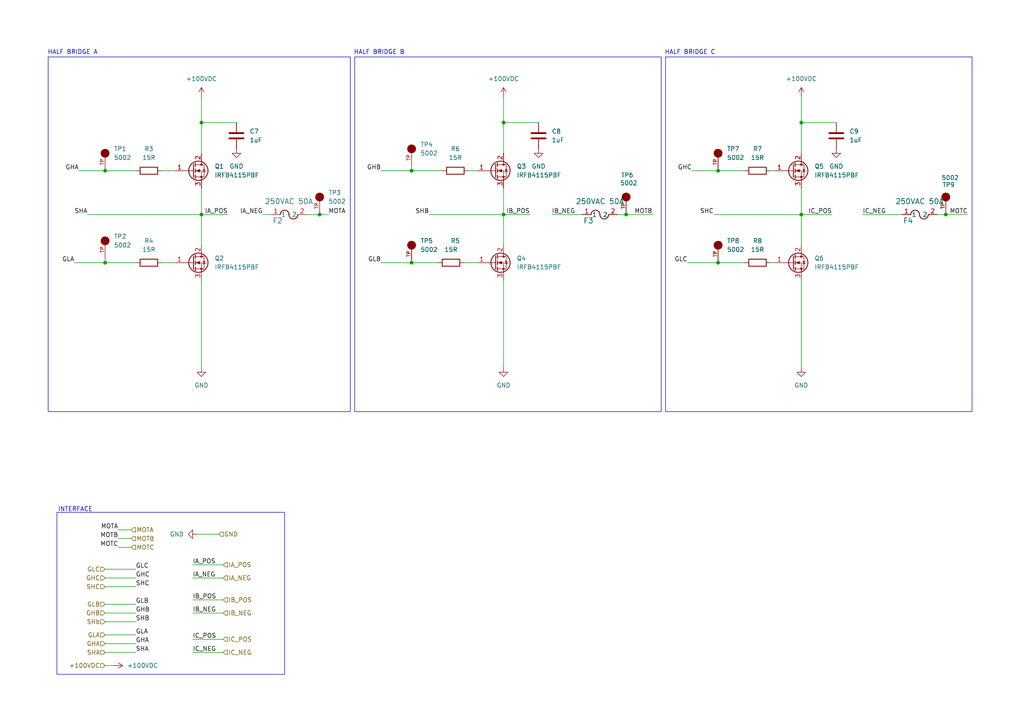
<source format=kicad_sch>
(kicad_sch (version 20250114) (generator "eeschema") (generator_version "9.0")
  (paper "A4")
  (title_block (date "2025-04-19") (rev "1"))
  (lib_symbols
    (symbol "2025-02-24_21-09-15:0463030.ER" (pin_names (offset 0.254))
      (property "Reference" "F" (at 5.08 3.175 0))
      (property "Value" "0463030.ER" (at 5.08 -3.175 0))
      (symbol "0463030.ER_1_1"
        (arc (start 2.54 0) (mid 3.81 1.2645) (end 5.08 0) (stroke (width 0.254)))
        (arc (start 7.62 0) (mid 6.35 -1.2645) (end 5.08 0) (stroke (width 0.254)))
        (pin unspecified line (at 0 0 0) (length 2.54) (name "1") (number "1"))
        (pin unspecified line (at 10.16 0 180) (length 2.54) (name "2") (number "2"))
      )
      (symbol "0463030.ER_1_2"
        (arc (start 0 7.62) (mid 1.2645 6.35) (end 0 5.08) (stroke (width 0.254)))
        (arc (start 0 2.54) (mid -1.2645 3.81) (end 0 5.08) (stroke (width 0.254)))
        (pin unspecified line (at 0 10.16 270) (length 2.54) (name "2") (number "2"))
        (pin unspecified line (at 0 0 90) (length 2.54) (name "1") (number "1"))
      )
    )
    (symbol "5002:5002" (pin_names (offset 1.016))
      (property "Reference" "TP" (at -2.5444 2.5415 0))
      (property "Value" "5002" (at -2.55 -5.0866 0))
      (symbol "5002_0_0"
        (circle (center 0 0) (radius 0.635) (stroke (width 1.27)))
        (pin passive line (at -5.08 0 0) (length 5.08) (name "~") (number "TP"))
      )
    )
    (symbol "Device:C" (pin_numbers (hide yes)) (pin_names (offset 0.254))
      (property "Reference" "C" (at 0.635 2.54 0))
      (property "Value" "C" (at 0.635 -2.54 0))
      (symbol "C_0_1"
        (polyline (pts (xy -2.032 0.762) (xy 2.032 0.762)) (stroke (width 0.508)))
        (polyline (pts (xy -2.032 -0.762) (xy 2.032 -0.762)) (stroke (width 0.508)))
      )
      (symbol "C_1_1"
        (pin passive line (at 0 3.81 270) (length 2.794) (name "~") (number "1"))
        (pin passive line (at 0 -3.81 90) (length 2.794) (name "~") (number "2"))
      )
    )
    (symbol "Device:R" (pin_numbers (hide yes)) (pin_names (offset 0))
      (property "Reference" "R" (at 2.032 0 90))
      (property "Value" "R" (at 0 0 90))
      (symbol "R_0_1"
        (rectangle (start -1.016 -2.54) (end 1.016 2.54) (stroke (width 0.254)))
      )
      (symbol "R_1_1"
        (pin passive line (at 0 3.81 270) (length 1.27) (name "~") (number "1"))
        (pin passive line (at 0 -3.81 90) (length 1.27) (name "~") (number "2"))
      )
    )
    (symbol "Q_NMOS_1" (pin_names (offset 0) (hide yes))
      (property "Reference" "Q3" (at 6.35 1.2701 0))
      (property "Value" "Q_NMOS" (at 6.35 -1.2699 0))
      (symbol "Q_NMOS_1_0_1"
        (polyline (pts (xy 0.254 1.905) (xy 0.254 -1.905)) (stroke (width 0.254)))
        (polyline (pts (xy 0.254 0) (xy -2.54 0)))
        (polyline (pts (xy 0.762 2.286) (xy 0.762 1.27)) (stroke (width 0.254)))
        (polyline (pts (xy 0.762 0.508) (xy 0.762 -0.508)) (stroke (width 0.254)))
        (polyline (pts (xy 0.762 -1.27) (xy 0.762 -2.286)) (stroke (width 0.254)))
        (polyline (pts (xy 0.762 -1.778) (xy 3.302 -1.778) (xy 3.302 1.778) (xy 0.762 1.778)))
        (polyline (pts (xy 1.016 0) (xy 2.032 0.381) (xy 2.032 -0.381) (xy 1.016 0)) (fill (type outline)))
        (circle (center 1.651 0) (radius 2.794) (stroke (width 0.254)))
        (polyline (pts (xy 2.54 2.54) (xy 2.54 1.778)))
        (circle (center 2.54 1.778) (radius 0.254) (fill (type outline)))
        (circle (center 2.54 -1.778) (radius 0.254) (fill (type outline)))
        (polyline (pts (xy 2.54 -2.54) (xy 2.54 0) (xy 0.762 0)))
        (polyline (pts (xy 2.921 0.381) (xy 3.683 0.381)))
        (polyline (pts (xy 3.302 0.381) (xy 2.921 -0.254) (xy 3.683 -0.254) (xy 3.302 0.381)))
      )
      (symbol "Q_NMOS_1_1_1"
        (pin input line (at -5.08 0 0) (length 2.54) (name "G") (number "1"))
        (pin passive line (at 2.54 5.08 270) (length 2.54) (name "D") (number "2"))
        (pin passive line (at 2.54 -5.08 90) (length 2.54) (name "S") (number "3"))
      )
    )
    (symbol "power:+12V" (power) (pin_numbers (hide yes)) (pin_names (offset 0) (hide yes))
      (property "Value" "+12V" (at 0 3.556 0))
      (symbol "+12V_0_1"
        (polyline (pts (xy -0.762 1.27) (xy 0 2.54)))
        (polyline (pts (xy 0 2.54) (xy 0.762 1.27)))
        (polyline (pts (xy 0 0) (xy 0 2.54)))
      )
      (symbol "+12V_1_1"
        (pin power_in line (at 0 0 90) (length 0) (name "~") (number "1"))
      )
    )
    (symbol "power:GND" (power) (pin_numbers (hide yes)) (pin_names (offset 0) (hide yes))
      (property "Value" "GND" (at 0 -3.81 0))
      (symbol "GND_0_1"
        (polyline (pts (xy 0 0) (xy 0 -1.27) (xy 1.27 -1.27) (xy 0 -2.54) (xy -1.27 -1.27) (xy 0 -1.27)))
      )
      (symbol "GND_1_1"
        (pin power_in line (at 0 0 270) (length 0) (name "~") (number "1"))
      )
    )
  )
  (rectangle (start 193.04 16.51) (end 281.94 119.38))
  (rectangle (start 16.51 148.59) (end 82.55 195.58))
  (rectangle (start 13.97 16.51) (end 101.6 119.38))
  (rectangle (start 102.87 16.51) (end 191.77 119.38))
  (text "HALF BRIDGE B\n" (at 109.982 15.24 0) (effects (font (size 1.27 1.27))))
  (text "HALF BRIDGE A\n" (at 21.082 15.24 0) (effects (font (size 1.27 1.27))))
  (text "INTERFACE\n" (at 21.844 147.828 0) (effects (font (size 1.27 1.27))))
  (text "HALF BRIDGE C\n" (at 200.152 15.24 0) (effects (font (size 1.27 1.27))))
  (junction (at 146.05 35.56))
  (junction (at 274.32 62.23))
  (junction (at 232.41 62.23))
  (junction (at 58.42 35.56))
  (junction (at 30.48 49.53))
  (junction (at 208.28 49.53))
  (junction (at 208.28 76.2))
  (junction (at 181.61 62.23))
  (junction (at 92.71 62.23))
  (junction (at 119.38 49.53))
  (junction (at 30.48 76.2))
  (junction (at 146.05 62.23))
  (junction (at 232.41 35.56))
  (junction (at 119.38 76.2))
  (junction (at 58.42 62.23))
  (wire (pts (xy 119.38 76.2) (xy 127 76.2)))
  (wire (pts (xy 38.1 158.75) (xy 34.29 158.75)))
  (wire (pts (xy 55.88 163.83) (xy 64.77 163.83)))
  (wire (pts (xy 39.37 175.26) (xy 30.48 175.26)))
  (wire (pts (xy 30.48 74.93) (xy 30.48 76.2)))
  (wire (pts (xy 208.28 76.2) (xy 215.9 76.2)))
  (wire (pts (xy 146.05 62.23) (xy 146.05 71.12)))
  (wire (pts (xy 146.05 27.94) (xy 146.05 35.56)))
  (wire (pts (xy 232.41 35.56) (xy 232.41 44.45)))
  (wire (pts (xy 33.02 193.04) (xy 30.48 193.04)))
  (wire (pts (xy 46.99 49.53) (xy 50.8 49.53)))
  (wire (pts (xy 124.46 62.23) (xy 146.05 62.23)))
  (wire (pts (xy 223.52 76.2) (xy 224.79 76.2)))
  (wire (pts (xy 232.41 62.23) (xy 232.41 71.12)))
  (wire (pts (xy 55.88 173.99) (xy 64.77 173.99)))
  (wire (pts (xy 46.99 76.2) (xy 50.8 76.2)))
  (wire (pts (xy 58.42 62.23) (xy 66.04 62.23)))
  (wire (pts (xy 39.37 189.23) (xy 30.48 189.23)))
  (wire (pts (xy 160.02 62.23) (xy 168.91 62.23)))
  (wire (pts (xy 242.57 35.56) (xy 232.41 35.56)))
  (wire (pts (xy 146.05 35.56) (xy 146.05 44.45)))
  (wire (pts (xy 110.49 76.2) (xy 119.38 76.2)))
  (wire (pts (xy 135.89 49.53) (xy 138.43 49.53)))
  (wire (pts (xy 58.42 62.23) (xy 58.42 71.12)))
  (wire (pts (xy 58.42 27.94) (xy 58.42 35.56)))
  (wire (pts (xy 146.05 54.61) (xy 146.05 62.23)))
  (wire (pts (xy 181.61 62.23) (xy 189.23 62.23)))
  (wire (pts (xy 232.41 54.61) (xy 232.41 62.23)))
  (wire (pts (xy 271.78 62.23) (xy 274.32 62.23)))
  (wire (pts (xy 38.1 156.21) (xy 34.29 156.21)))
  (wire (pts (xy 39.37 186.69) (xy 30.48 186.69)))
  (wire (pts (xy 63.5 154.94) (xy 57.15 154.94)))
  (wire (pts (xy 250.19 62.23) (xy 261.62 62.23)))
  (wire (pts (xy 22.86 49.53) (xy 30.48 49.53)))
  (wire (pts (xy 232.41 27.94) (xy 232.41 35.56)))
  (wire (pts (xy 39.37 170.18) (xy 30.48 170.18)))
  (wire (pts (xy 156.21 35.56) (xy 146.05 35.56)))
  (wire (pts (xy 55.88 189.23) (xy 64.77 189.23)))
  (wire (pts (xy 200.66 49.53) (xy 208.28 49.53)))
  (wire (pts (xy 55.88 177.8) (xy 64.77 177.8)))
  (wire (pts (xy 39.37 167.64) (xy 30.48 167.64)))
  (wire (pts (xy 39.37 180.34) (xy 30.48 180.34)))
  (wire (pts (xy 119.38 49.53) (xy 128.27 49.53)))
  (wire (pts (xy 110.49 49.53) (xy 119.38 49.53)))
  (wire (pts (xy 55.88 185.42) (xy 64.77 185.42)))
  (wire (pts (xy 146.05 81.28) (xy 146.05 106.68)))
  (wire (pts (xy 199.39 76.2) (xy 208.28 76.2)))
  (wire (pts (xy 39.37 184.15) (xy 30.48 184.15)))
  (wire (pts (xy 30.48 76.2) (xy 39.37 76.2)))
  (wire (pts (xy 232.41 62.23) (xy 241.3 62.23)))
  (wire (pts (xy 119.38 48.26) (xy 119.38 49.53)))
  (wire (pts (xy 223.52 49.53) (xy 224.79 49.53)))
  (wire (pts (xy 134.62 76.2) (xy 138.43 76.2)))
  (wire (pts (xy 39.37 177.8) (xy 30.48 177.8)))
  (wire (pts (xy 38.1 153.67) (xy 34.29 153.67)))
  (wire (pts (xy 55.88 167.64) (xy 64.77 167.64)))
  (wire (pts (xy 21.59 76.2) (xy 30.48 76.2)))
  (wire (pts (xy 232.41 81.28) (xy 232.41 106.68)))
  (wire (pts (xy 30.48 49.53) (xy 39.37 49.53)))
  (wire (pts (xy 58.42 81.28) (xy 58.42 106.68)))
  (wire (pts (xy 58.42 54.61) (xy 58.42 62.23)))
  (wire (pts (xy 92.71 62.23) (xy 95.25 62.23)))
  (wire (pts (xy 208.28 49.53) (xy 215.9 49.53)))
  (wire (pts (xy 76.2 62.23) (xy 78.74 62.23)))
  (wire (pts (xy 146.05 62.23) (xy 153.67 62.23)))
  (wire (pts (xy 58.42 35.56) (xy 58.42 44.45)))
  (wire (pts (xy 39.37 165.1) (xy 30.48 165.1)))
  (wire (pts (xy 68.58 35.56) (xy 58.42 35.56)))
  (wire (pts (xy 179.07 62.23) (xy 181.61 62.23)))
  (wire (pts (xy 274.32 62.23) (xy 280.67 62.23)))
  (wire (pts (xy 25.4 62.23) (xy 58.42 62.23)))
  (wire (pts (xy 207.01 62.23) (xy 232.41 62.23)))
  (wire (pts (xy 88.9 62.23) (xy 92.71 62.23)))
  (label "SHB" (at 124.46 62.23 180))
  (label "IC_POS" (at 55.88 185.42 0))
  (label "MOTB" (at 189.23 62.23 180))
  (label "GHB" (at 39.37 177.8 0))
  (label "GHA" (at 39.37 186.69 0))
  (label "GLC" (at 199.39 76.2 180))
  (label "SHA" (at 39.37 189.23 0))
  (label "IC_POS" (at 241.3 62.23 180))
  (label "GHC" (at 39.37 167.64 0))
  (label "IB_POS" (at 55.88 173.99 0))
  (label "GLB" (at 39.37 175.26 0))
  (label "GLB" (at 110.49 76.2 180))
  (label "GHB" (at 110.49 49.53 180))
  (label "MOTC" (at 34.29 158.75 180))
  (label "MOTC" (at 280.67 62.23 180))
  (label "IB_NEG" (at 160.02 62.23 0))
  (label "SHA" (at 25.4 62.23 180))
  (label "IC_NEG" (at 55.88 189.23 0))
  (label "IB_NEG" (at 55.88 177.8 0))
  (label "MOTA" (at 95.25 62.23 0))
  (label "IB_POS" (at 153.67 62.23 180))
  (label "GHA" (at 22.86 49.53 180))
  (label "MOTA" (at 34.29 153.67 180))
  (label "GHC" (at 200.66 49.53 180))
  (label "IA_NEG" (at 55.88 167.64 0))
  (label "IC_NEG" (at 250.19 62.23 0))
  (label "SHC" (at 207.01 62.23 180))
  (label "IA_POS" (at 55.88 163.83 0))
  (label "GLA" (at 21.59 76.2 180))
  (label "GLC" (at 39.37 165.1 0))
  (label "IA_NEG" (at 76.2 62.23 180))
  (label "MOTB" (at 34.29 156.21 180))
  (label "GLA" (at 39.37 184.15 0))
  (label "IA_POS" (at 66.04 62.23 180))
  (label "SHB" (at 39.37 180.34 0))
  (label "SHC" (at 39.37 170.18 0))
  (hierarchical_label "MOTC" (shape input) (at 38.1 158.75 0))
  (hierarchical_label "IB_NEG" (shape input) (at 64.77 177.8 0))
  (hierarchical_label "GLC" (shape input) (at 30.48 165.1 180))
  (hierarchical_label "GHC" (shape input) (at 30.48 167.64 180))
  (hierarchical_label "IC_POS" (shape input) (at 64.77 185.42 0))
  (hierarchical_label "GHA" (shape input) (at 30.48 186.69 180))
  (hierarchical_label "GHB" (shape input) (at 30.48 177.8 180))
  (hierarchical_label "MOTA" (shape input) (at 38.1 153.67 0))
  (hierarchical_label "IA_POS" (shape input) (at 64.77 163.83 0))
  (hierarchical_label "SHb" (shape input) (at 30.48 180.34 180))
  (hierarchical_label "MOTB" (shape input) (at 38.1 156.21 0))
  (hierarchical_label "IC_NEG" (shape input) (at 64.77 189.23 0))
  (hierarchical_label "IB_POS" (shape input) (at 64.77 173.99 0))
  (hierarchical_label "GND" (shape input) (at 63.5 154.94 0))
  (hierarchical_label "GLB" (shape input) (at 30.48 175.26 180))
  (hierarchical_label "SHC" (shape input) (at 30.48 170.18 180))
  (hierarchical_label "SHA" (shape input) (at 30.48 189.23 180))
  (hierarchical_label "IA_NEG" (shape input) (at 64.77 167.64 0))
  (hierarchical_label "+100VDC" (shape input) (at 30.48 193.04 180))
  (hierarchical_label "GLA" (shape input) (at 30.48 184.15 180))
  (symbol (lib_id "5002:5002") (at 274.32 57.15 90) (unit 1)
    (property "Reference" "TP9" (at 273.304 53.594 90) (effects (justify right)))
    (property "Value" "5002" (at 273.05 51.562 90) (effects (justify right)))
    (property "Footprint" "5002:KEYSTONE_5002" (effects (hide yes)))
    (property "PARTREV" "H" (effects (hide yes)))
    (property "STANDARD" "Manufacturer Recommendations" (effects (hide yes)))
    (property "SNAPEDA_PN" "5000" (effects (hide yes)))
    (property "MAXIMUM_PACKAGE_HEIGHT" "4.57 mm" (effects (hide yes)))
    (property "MANUFACTURER" "Keystone" (effects (hide yes)))
    (property "Part Number" "5002" (effects (hide yes)))
  )
  (symbol (lib_id "Device:C") (at 68.58 39.37 0) (unit 1)
    (property "Reference" "C7" (at 72.39 38.0999 0) (effects (justify left)))
    (property "Value" "1uF" (at 72.39 40.6399 0) (effects (justify left)))
    (property "Footprint" "Capacitor_SMD:C_1210_3225Metric" (effects (hide yes)))
    (property "Datasheet" "https://www.digikey.ca/en/products/detail/tdk-corporation/CGA6M2X7R2A105K200AA/2443343" (effects (hide yes)))
    (property "Description" "Unpolarized capacitor" (effects (hide yes)))
    (property "Part Number" "CGA6M2X7R2A105K200AA" (effects (hide yes)))
  )
  (symbol (lib_id "5002:5002") (at 92.71 57.15 90) (unit 1)
    (property "Reference" "TP3" (at 95.25 55.8799 90) (effects (justify right)))
    (property "Value" "5002" (at 95.25 58.4199 90) (effects (justify right)))
    (property "Footprint" "5002:KEYSTONE_5002" (effects (hide yes)))
    (property "PARTREV" "H" (effects (hide yes)))
    (property "STANDARD" "Manufacturer Recommendations" (effects (hide yes)))
    (property "SNAPEDA_PN" "5000" (effects (hide yes)))
    (property "MAXIMUM_PACKAGE_HEIGHT" "4.57 mm" (effects (hide yes)))
    (property "MANUFACTURER" "Keystone" (effects (hide yes)))
    (property "Part Number" "5002" (effects (hide yes)))
  )
  (symbol (lib_name "Q_NMOS_1") (lib_id "Device:Q_NMOS") (at 143.51 76.2 0) (unit 1)
    (property "Reference" "Q4" (at 149.86 74.9299 0) (effects (justify left)))
    (property "Value" "IRFB4115PBF" (at 149.86 77.4699 0) (effects (justify left)))
    (property "Footprint" "Package_TO_SOT_THT:TO-220-3_Vertical" (effects (hide yes)))
    (property "Datasheet" "https://www.infineon.com/dgdl/irfb4115pbf.pdf?fileId=5546d462533600a401535615ba6a1e0f" (effects (hide yes)))
    (property "Description" "N-Channel 150 V 104A (Tc) 380W (Tc) Through Hole TO-220AB" (effects (hide yes)))
    (property "Part Number" "IRFB4115PBF" (effects (hide yes)))
  )
  (symbol (lib_name "Q_NMOS_1") (lib_id "Device:Q_NMOS") (at 143.51 49.53 0) (unit 1)
    (property "Reference" "Q3" (at 149.86 48.2599 0) (effects (justify left)))
    (property "Value" "IRFB4115PBF" (at 149.86 50.7999 0) (effects (justify left)))
    (property "Footprint" "Package_TO_SOT_THT:TO-220-3_Vertical" (effects (hide yes)))
    (property "Datasheet" "https://www.infineon.com/dgdl/irfb4115pbf.pdf?fileId=5546d462533600a401535615ba6a1e0f" (effects (hide yes)))
    (property "Description" "N-Channel 150 V 104A (Tc) 380W (Tc) Through Hole TO-220AB" (effects (hide yes)))
    (property "Part Number" "IRFB4115PBF" (effects (hide yes)))
  )
  (symbol (lib_id "5002:5002") (at 30.48 69.85 90) (unit 1)
    (property "Reference" "TP2" (at 33.02 68.5799 90) (effects (justify right)))
    (property "Value" "5002" (at 33.02 71.1199 90) (effects (justify right)))
    (property "Footprint" "5002:KEYSTONE_5002" (effects (hide yes)))
    (property "PARTREV" "H" (effects (hide yes)))
    (property "STANDARD" "Manufacturer Recommendations" (effects (hide yes)))
    (property "SNAPEDA_PN" "5000" (effects (hide yes)))
    (property "MAXIMUM_PACKAGE_HEIGHT" "4.57 mm" (effects (hide yes)))
    (property "MANUFACTURER" "Keystone" (effects (hide yes)))
    (property "Part Number" "5002" (effects (hide yes)))
  )
  (symbol (lib_id "Device:R") (at 43.18 49.53 90) (unit 1)
    (property "Reference" "R3" (at 43.18 43.18 90))
    (property "Value" "15R" (at 43.18 45.72 90))
    (property "Footprint" "Resistor_SMD:R_0805_2012Metric" (effects (hide yes)))
    (property "Datasheet" "https://www.digikey.ca/en/products/detail/panasonic-electronic-components/ERJ-6GEYJ150V/82975?s=N4IgTCBcDaIKICUBSBaAbAcTgTSQRgFYAGANRAF0BfIA" (effects (hide yes)))
    (property "Description" "Resistor" (effects (hide yes)))
    (property "Part Number" "ERJ-6GEYJ150V" (effects (hide yes)))
  )
  (symbol (lib_id "5002:5002") (at 208.28 44.45 90) (unit 1)
    (property "Reference" "TP7" (at 210.82 43.1799 90) (effects (justify right)))
    (property "Value" "5002" (at 210.82 45.7199 90) (effects (justify right)))
    (property "Footprint" "5002:KEYSTONE_5002" (effects (hide yes)))
    (property "PARTREV" "H" (effects (hide yes)))
    (property "STANDARD" "Manufacturer Recommendations" (effects (hide yes)))
    (property "SNAPEDA_PN" "5000" (effects (hide yes)))
    (property "MAXIMUM_PACKAGE_HEIGHT" "4.57 mm" (effects (hide yes)))
    (property "MANUFACTURER" "Keystone" (effects (hide yes)))
    (property "Part Number" "5002" (effects (hide yes)))
  )
  (symbol (lib_name "Q_NMOS_1") (lib_id "Device:Q_NMOS") (at 55.88 76.2 0) (unit 1)
    (property "Reference" "Q2" (at 62.23 74.9299 0) (effects (justify left)))
    (property "Value" "IRFB4115PBF" (at 62.23 77.4699 0) (effects (justify left)))
    (property "Footprint" "Package_TO_SOT_THT:TO-220-3_Vertical" (effects (hide yes)))
    (property "Datasheet" "https://www.infineon.com/dgdl/irfb4115pbf.pdf?fileId=5546d462533600a401535615ba6a1e0f" (effects (hide yes)))
    (property "Description" "N-Channel 150 V 104A (Tc) 380W (Tc) Through Hole TO-220AB" (effects (hide yes)))
    (property "Part Number" "IRFB4115PBF" (effects (hide yes)))
  )
  (symbol (lib_id "power:GND") (at 242.57 43.18 0) (unit 1)
    (property "Reference" "#PWR032" (effects (hide yes)))
    (property "Value" "GND" (at 242.57 48.26 0))
    (property "Description" "Power symbol creates a global label with name \"GND\" , ground" (effects (hide yes)))
  )
  (symbol (lib_id "5002:5002") (at 30.48 44.45 90) (unit 1)
    (property "Reference" "TP1" (at 33.02 43.1799 90) (effects (justify right)))
    (property "Value" "5002" (at 33.02 45.7199 90) (effects (justify right)))
    (property "Footprint" "5002:KEYSTONE_5002" (effects (hide yes)))
    (property "PARTREV" "H" (effects (hide yes)))
    (property "STANDARD" "Manufacturer Recommendations" (effects (hide yes)))
    (property "SNAPEDA_PN" "5000" (effects (hide yes)))
    (property "MAXIMUM_PACKAGE_HEIGHT" "4.57 mm" (effects (hide yes)))
    (property "MANUFACTURER" "Keystone" (effects (hide yes)))
    (property "Part Number" "5002" (effects (hide yes)))
  )
  (symbol (lib_id "power:GND") (at 146.05 106.68 0) (unit 1)
    (property "Reference" "#PWR028" (effects (hide yes)))
    (property "Value" "GND" (at 146.05 111.76 0))
    (property "Description" "Power symbol creates a global label with name \"GND\" , ground" (effects (hide yes)))
  )
  (symbol (lib_id "2025-02-24_21-09-15:0463030.ER") (at 78.74 62.23 0) (unit 1)
    (property "Reference" "F2" (at 80.518 64.008 0) (effects (font (size 1.524 1.524))))
    (property "Value" "250VAC 50A" (at 83.82 58.42 0) (effects (font (size 1.524 1.524))))
    (property "Footprint" "0463030_ER:FUSE_0463_LTF-M" (effects (hide yes)))
    (property "Datasheet" "https://www.bourns.com/docs/Product-Datasheets/SF-3812F-T.pdf" (effects (hide yes)))
    (property "Description" "50A 250VAC, 100VDC" (effects (hide yes)))
    (property "Part Number" "SF-3812F5000T-2" (effects (hide yes)))
  )
  (symbol (lib_id "Device:R") (at 219.71 76.2 90) (unit 1)
    (property "Reference" "R8" (at 219.71 69.85 90))
    (property "Value" "15R" (at 219.71 72.39 90))
    (property "Footprint" "Resistor_SMD:R_0805_2012Metric" (effects (hide yes)))
    (property "Datasheet" "https://www.digikey.ca/en/products/detail/panasonic-electronic-components/ERJ-6GEYJ150V/82975?s=N4IgTCBcDaIKICUBSBaAbAcTgTSQRgFYAGANRAF0BfIA" (effects (hide yes)))
    (property "Description" "Resistor" (effects (hide yes)))
    (property "Part Number" "ERJ-6GEYJ150V" (effects (hide yes)))
  )
  (symbol (lib_id "Device:R") (at 219.71 49.53 90) (unit 1)
    (property "Reference" "R7" (at 219.71 43.18 90))
    (property "Value" "15R" (at 219.71 45.72 90))
    (property "Footprint" "Resistor_SMD:R_0805_2012Metric" (effects (hide yes)))
    (property "Datasheet" "https://www.digikey.ca/en/products/detail/panasonic-electronic-components/ERJ-6GEYJ150V/82975?s=N4IgTCBcDaIKICUBSBaAbAcTgTSQRgFYAGANRAF0BfIA" (effects (hide yes)))
    (property "Description" "Resistor" (effects (hide yes)))
    (property "Part Number" "ERJ-6GEYJ150V" (effects (hide yes)))
  )
  (symbol (lib_id "Device:R") (at 43.18 76.2 90) (unit 1)
    (property "Reference" "R4" (at 43.18 69.85 90))
    (property "Value" "15R" (at 43.18 72.39 90))
    (property "Footprint" "Resistor_SMD:R_0805_2012Metric" (effects (hide yes)))
    (property "Datasheet" "https://www.digikey.ca/en/products/detail/panasonic-electronic-components/ERJ-6GEYJ150V/82975?s=N4IgTCBcDaIKICUBSBaAbAcTgTSQRgFYAGANRAF0BfIA" (effects (hide yes)))
    (property "Description" "Resistor" (effects (hide yes)))
    (property "Part Number" "ERJ-6GEYJ150V" (effects (hide yes)))
  )
  (symbol (lib_id "Device:R") (at 132.08 49.53 90) (unit 1)
    (property "Reference" "R6" (at 132.08 43.18 90))
    (property "Value" "15R" (at 132.08 45.72 90))
    (property "Footprint" "Resistor_SMD:R_0805_2012Metric" (effects (hide yes)))
    (property "Datasheet" "https://www.digikey.ca/en/products/detail/panasonic-electronic-components/ERJ-6GEYJ150V/82975?s=N4IgTCBcDaIKICUBSBaAbAcTgTSQRgFYAGANRAF0BfIA" (effects (hide yes)))
    (property "Description" "Resistor" (effects (hide yes)))
    (property "Part Number" "ERJ-6GEYJ150V" (effects (hide yes)))
  )
  (symbol (lib_id "power:GND") (at 232.41 106.68 0) (unit 1)
    (property "Reference" "#PWR031" (effects (hide yes)))
    (property "Value" "GND" (at 232.41 111.76 0))
    (property "Description" "Power symbol creates a global label with name \"GND\" , ground" (effects (hide yes)))
  )
  (symbol (lib_id "power:GND") (at 156.21 43.18 0) (unit 1)
    (property "Reference" "#PWR029" (effects (hide yes)))
    (property "Value" "GND" (at 156.21 48.26 0))
    (property "Description" "Power symbol creates a global label with name \"GND\" , ground" (effects (hide yes)))
  )
  (symbol (lib_id "power:GND") (at 58.42 106.68 0) (unit 1)
    (property "Reference" "#PWR025" (effects (hide yes)))
    (property "Value" "GND" (at 58.42 111.76 0))
    (property "Description" "Power symbol creates a global label with name \"GND\" , ground" (effects (hide yes)))
  )
  (symbol (lib_id "power:GND") (at 57.15 154.94 270) (unit 1)
    (property "Reference" "#PWR023" (effects (hide yes)))
    (property "Value" "GND" (at 53.34 154.9401 90) (effects (justify right)))
    (property "Description" "Power symbol creates a global label with name \"GND\" , ground" (effects (hide yes)))
  )
  (symbol (lib_id "power:+12V") (at 232.41 27.94 0) (unit 1)
    (property "Reference" "#PWR030" (effects (hide yes)))
    (property "Value" "+100VDC" (at 232.41 22.86 0))
    (property "Description" "Power symbol creates a global label with name \"+12V\"" (effects (hide yes)))
  )
  (symbol (lib_id "Device:C") (at 156.21 39.37 0) (unit 1)
    (property "Reference" "C8" (at 160.02 38.0999 0) (effects (justify left)))
    (property "Value" "1uF" (at 160.02 40.6399 0) (effects (justify left)))
    (property "Footprint" "Capacitor_SMD:C_1210_3225Metric" (effects (hide yes)))
    (property "Datasheet" "https://www.digikey.ca/en/products/detail/tdk-corporation/CGA6M2X7R2A105K200AA/2443343" (effects (hide yes)))
    (property "Description" "Unpolarized capacitor" (effects (hide yes)))
    (property "Part Number" "CGA6M2X7R2A105K200AA" (effects (hide yes)))
  )
  (symbol (lib_id "2025-02-24_21-09-15:0463030.ER") (at 168.91 62.23 0) (unit 1)
    (property "Reference" "F3" (at 170.688 64.008 0) (effects (font (size 1.524 1.524))))
    (property "Value" "250VAC 50A" (at 173.99 58.42 0) (effects (font (size 1.524 1.524))))
    (property "Footprint" "0463030_ER:FUSE_0463_LTF-M" (effects (hide yes)))
    (property "Datasheet" "https://www.bourns.com/docs/Product-Datasheets/SF-3812F-T.pdf" (effects (hide yes)))
    (property "Description" "50A 250VAC, 100VDC" (effects (hide yes)))
    (property "Part Number" "SF-3812F5000T-2" (effects (hide yes)))
  )
  (symbol (lib_id "5002:5002") (at 119.38 71.12 90) (unit 1)
    (property "Reference" "TP5" (at 121.92 69.8499 90) (effects (justify right)))
    (property "Value" "5002" (at 121.92 72.3899 90) (effects (justify right)))
    (property "Footprint" "5002:KEYSTONE_5002" (effects (hide yes)))
    (property "PARTREV" "H" (effects (hide yes)))
    (property "STANDARD" "Manufacturer Recommendations" (effects (hide yes)))
    (property "SNAPEDA_PN" "5000" (effects (hide yes)))
    (property "MAXIMUM_PACKAGE_HEIGHT" "4.57 mm" (effects (hide yes)))
    (property "MANUFACTURER" "Keystone" (effects (hide yes)))
    (property "Part Number" "5002" (effects (hide yes)))
  )
  (symbol (lib_id "power:+12V") (at 33.02 193.04 270) (unit 1)
    (property "Reference" "#PWR022" (effects (hide yes)))
    (property "Value" "+100VDC" (at 36.83 193.0401 90) (effects (justify left)))
    (property "Description" "Power symbol creates a global label with name \"+12V\"" (effects (hide yes)))
  )
  (symbol (lib_id "power:+12V") (at 146.05 27.94 0) (unit 1)
    (property "Reference" "#PWR027" (effects (hide yes)))
    (property "Value" "+100VDC" (at 146.05 22.86 0))
    (property "Description" "Power symbol creates a global label with name \"+12V\"" (effects (hide yes)))
  )
  (symbol (lib_name "Q_NMOS_1") (lib_id "Device:Q_NMOS") (at 55.88 49.53 0) (unit 1)
    (property "Reference" "Q1" (at 62.23 48.2599 0) (effects (justify left)))
    (property "Value" "IRFB4115PBF" (at 62.23 50.7999 0) (effects (justify left)))
    (property "Footprint" "Package_TO_SOT_THT:TO-220-3_Vertical" (effects (hide yes)))
    (property "Datasheet" "https://www.infineon.com/dgdl/irfb4115pbf.pdf?fileId=5546d462533600a401535615ba6a1e0f" (effects (hide yes)))
    (property "Description" "N-Channel 150 V 104A (Tc) 380W (Tc) Through Hole TO-220AB" (effects (hide yes)))
    (property "Part Number" "IRFB4115PBF" (effects (hide yes)))
  )
  (symbol (lib_id "power:+12V") (at 58.42 27.94 0) (unit 1)
    (property "Reference" "#PWR024" (effects (hide yes)))
    (property "Value" "+100VDC" (at 58.42 22.86 0))
    (property "Description" "Power symbol creates a global label with name \"+12V\"" (effects (hide yes)))
  )
  (symbol (lib_id "Device:R") (at 130.81 76.2 90) (unit 1)
    (property "Reference" "R5" (at 132.08 69.85 90))
    (property "Value" "15R" (at 130.81 72.39 90))
    (property "Footprint" "Resistor_SMD:R_0805_2012Metric" (effects (hide yes)))
    (property "Datasheet" "https://www.digikey.ca/en/products/detail/panasonic-electronic-components/ERJ-6GEYJ150V/82975?s=N4IgTCBcDaIKICUBSBaAbAcTgTSQRgFYAGANRAF0BfIA" (effects (hide yes)))
    (property "Description" "Resistor" (effects (hide yes)))
    (property "Part Number" "ERJ-6GEYJ150V" (effects (hide yes)))
  )
  (symbol (lib_name "Q_NMOS_1") (lib_id "Device:Q_NMOS") (at 229.87 76.2 0) (unit 1)
    (property "Reference" "Q6" (at 236.22 74.9299 0) (effects (justify left)))
    (property "Value" "IRFB4115PBF" (at 236.22 77.4699 0) (effects (justify left)))
    (property "Footprint" "Package_TO_SOT_THT:TO-220-3_Vertical" (effects (hide yes)))
    (property "Datasheet" "https://www.infineon.com/dgdl/irfb4115pbf.pdf?fileId=5546d462533600a401535615ba6a1e0f" (effects (hide yes)))
    (property "Description" "N-Channel 150 V 104A (Tc) 380W (Tc) Through Hole TO-220AB" (effects (hide yes)))
    (property "Part Number" "IRFB4115PBF" (effects (hide yes)))
  )
  (symbol (lib_id "5002:5002") (at 181.61 57.15 90) (unit 1)
    (property "Reference" "TP6" (at 180.086 50.8 90) (effects (justify right)))
    (property "Value" "5002" (at 179.832 53.086 90) (effects (justify right)))
    (property "Footprint" "5002:KEYSTONE_5002" (effects (hide yes)))
    (property "PARTREV" "H" (effects (hide yes)))
    (property "STANDARD" "Manufacturer Recommendations" (effects (hide yes)))
    (property "SNAPEDA_PN" "5000" (effects (hide yes)))
    (property "MAXIMUM_PACKAGE_HEIGHT" "4.57 mm" (effects (hide yes)))
    (property "MANUFACTURER" "Keystone" (effects (hide yes)))
    (property "Part Number" "5002" (effects (hide yes)))
  )
  (symbol (lib_id "5002:5002") (at 208.28 71.12 90) (unit 1)
    (property "Reference" "TP8" (at 210.82 69.8499 90) (effects (justify right)))
    (property "Value" "5002" (at 210.82 72.3899 90) (effects (justify right)))
    (property "Footprint" "5002:KEYSTONE_5002" (effects (hide yes)))
    (property "PARTREV" "H" (effects (hide yes)))
    (property "STANDARD" "Manufacturer Recommendations" (effects (hide yes)))
    (property "SNAPEDA_PN" "5000" (effects (hide yes)))
    (property "MAXIMUM_PACKAGE_HEIGHT" "4.57 mm" (effects (hide yes)))
    (property "MANUFACTURER" "Keystone" (effects (hide yes)))
    (property "Part Number" "5002" (effects (hide yes)))
  )
  (symbol (lib_id "2025-02-24_21-09-15:0463030.ER") (at 261.62 62.23 0) (unit 1)
    (property "Reference" "F4" (at 263.398 64.008 0) (effects (font (size 1.524 1.524))))
    (property "Value" "250VAC 50A" (at 266.7 58.42 0) (effects (font (size 1.524 1.524))))
    (property "Footprint" "0463030_ER:FUSE_0463_LTF-M" (effects (hide yes)))
    (property "Datasheet" "https://www.bourns.com/docs/Product-Datasheets/SF-3812F-T.pdf" (effects (hide yes)))
    (property "Description" "50A 250VAC, 100VDC" (effects (hide yes)))
    (property "Part Number" "SF-3812F5000T-2" (effects (hide yes)))
  )
  (symbol (lib_name "Q_NMOS_1") (lib_id "Device:Q_NMOS") (at 229.87 49.53 0) (unit 1)
    (property "Reference" "Q5" (at 236.22 48.2599 0) (effects (justify left)))
    (property "Value" "IRFB4115PBF" (at 236.22 50.7999 0) (effects (justify left)))
    (property "Footprint" "Package_TO_SOT_THT:TO-220-3_Vertical" (effects (hide yes)))
    (property "Datasheet" "https://www.infineon.com/dgdl/irfb4115pbf.pdf?fileId=5546d462533600a401535615ba6a1e0f" (effects (hide yes)))
    (property "Description" "N-Channel 150 V 104A (Tc) 380W (Tc) Through Hole TO-220AB" (effects (hide yes)))
    (property "Part Number" "IRFB4115PBF" (effects (hide yes)))
  )
  (symbol (lib_id "5002:5002") (at 119.38 43.18 90) (unit 1)
    (property "Reference" "TP4" (at 121.92 41.9099 90) (effects (justify right)))
    (property "Value" "5002" (at 121.92 44.4499 90) (effects (justify right)))
    (property "Footprint" "5002:KEYSTONE_5002" (effects (hide yes)))
    (property "PARTREV" "H" (effects (hide yes)))
    (property "STANDARD" "Manufacturer Recommendations" (effects (hide yes)))
    (property "SNAPEDA_PN" "5000" (effects (hide yes)))
    (property "MAXIMUM_PACKAGE_HEIGHT" "4.57 mm" (effects (hide yes)))
    (property "MANUFACTURER" "Keystone" (effects (hide yes)))
    (property "Part Number" "5002" (effects (hide yes)))
  )
  (symbol (lib_id "Device:C") (at 242.57 39.37 0) (unit 1)
    (property "Reference" "C9" (at 246.38 38.0999 0) (effects (justify left)))
    (property "Value" "1uF" (at 246.38 40.6399 0) (effects (justify left)))
    (property "Footprint" "Capacitor_SMD:C_1210_3225Metric" (effects (hide yes)))
    (property "Datasheet" "https://www.digikey.ca/en/products/detail/tdk-corporation/CGA6M2X7R2A105K200AA/2443343" (effects (hide yes)))
    (property "Description" "Unpolarized capacitor" (effects (hide yes)))
    (property "Part Number" "CGA6M2X7R2A105K200AA" (effects (hide yes)))
  )
  (symbol (lib_id "power:GND") (at 68.58 43.18 0) (unit 1)
    (property "Reference" "#PWR026" (effects (hide yes)))
    (property "Value" "GND" (at 68.58 48.26 0))
    (property "Description" "Power symbol creates a global label with name \"GND\" , ground" (effects (hide yes)))
  )
)
</source>
